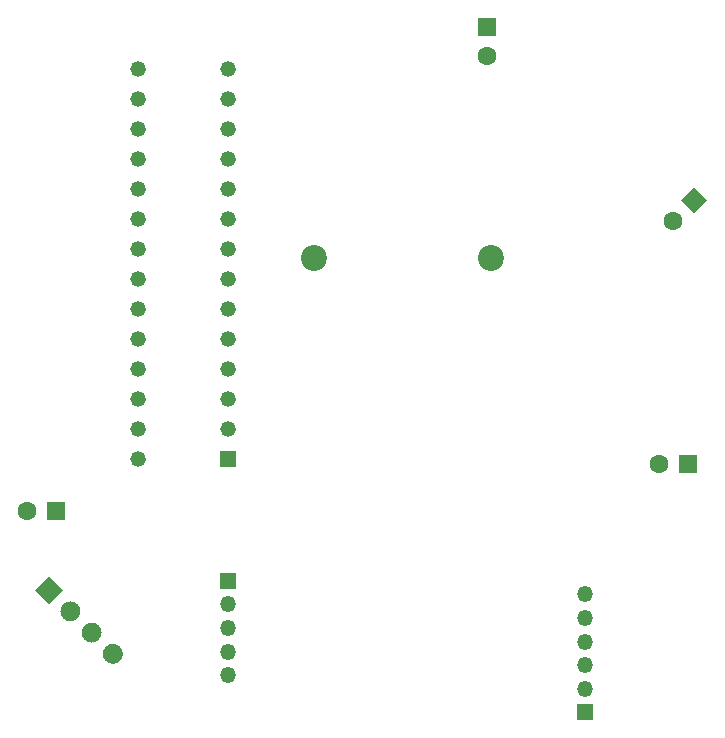
<source format=gbr>
G04 #@! TF.GenerationSoftware,KiCad,Pcbnew,(5.1.10)-1*
G04 #@! TF.CreationDate,2021-11-11T19:15:20-08:00*
G04 #@! TF.ProjectId,Pokeball,506f6b65-6261-46c6-9c2e-6b696361645f,rev?*
G04 #@! TF.SameCoordinates,Original*
G04 #@! TF.FileFunction,Soldermask,Bot*
G04 #@! TF.FilePolarity,Negative*
%FSLAX46Y46*%
G04 Gerber Fmt 4.6, Leading zero omitted, Abs format (unit mm)*
G04 Created by KiCad (PCBNEW (5.1.10)-1) date 2021-11-11 19:15:20*
%MOMM*%
%LPD*%
G01*
G04 APERTURE LIST*
%ADD10O,1.350000X1.350000*%
%ADD11R,1.350000X1.350000*%
%ADD12C,2.200000*%
%ADD13C,0.100000*%
%ADD14C,1.320800*%
%ADD15R,1.320800X1.320800*%
%ADD16R,1.600000X1.600000*%
%ADD17C,1.600000*%
G04 APERTURE END LIST*
D10*
G04 #@! TO.C,J4*
X175500000Y-108450000D03*
X175500000Y-110450000D03*
X175500000Y-112450000D03*
X175500000Y-114450000D03*
X175500000Y-116450000D03*
D11*
X175500000Y-118450000D03*
G04 #@! TD*
D10*
G04 #@! TO.C,J3*
X145200000Y-115300000D03*
X145200000Y-113300000D03*
X145200000Y-111300000D03*
X145200000Y-109300000D03*
D11*
X145200000Y-107300000D03*
G04 #@! TD*
D12*
G04 #@! TO.C,H2*
X167500000Y-80000000D03*
G04 #@! TD*
G04 #@! TO.C,H1*
X152500000Y-80000000D03*
G04 #@! TD*
G04 #@! TO.C,J1*
G36*
G01*
X134887113Y-114089195D02*
X134887113Y-114089195D01*
G75*
G02*
X134887113Y-112887113I601041J601041D01*
G01*
X134887113Y-112887113D01*
G75*
G02*
X136089195Y-112887113I601041J-601041D01*
G01*
X136089195Y-112887113D01*
G75*
G02*
X136089195Y-114089195I-601041J-601041D01*
G01*
X136089195Y-114089195D01*
G75*
G02*
X134887113Y-114089195I-601041J601041D01*
G01*
G37*
G36*
G01*
X133091061Y-112293143D02*
X133091061Y-112293143D01*
G75*
G02*
X133091061Y-111091061I601041J601041D01*
G01*
X133091061Y-111091061D01*
G75*
G02*
X134293143Y-111091061I601041J-601041D01*
G01*
X134293143Y-111091061D01*
G75*
G02*
X134293143Y-112293143I-601041J-601041D01*
G01*
X134293143Y-112293143D01*
G75*
G02*
X133091061Y-112293143I-601041J601041D01*
G01*
G37*
G36*
G01*
X131295010Y-110497092D02*
X131295010Y-110497092D01*
G75*
G02*
X131295010Y-109295010I601041J601041D01*
G01*
X131295010Y-109295010D01*
G75*
G02*
X132497092Y-109295010I601041J-601041D01*
G01*
X132497092Y-109295010D01*
G75*
G02*
X132497092Y-110497092I-601041J-601041D01*
G01*
X132497092Y-110497092D01*
G75*
G02*
X131295010Y-110497092I-601041J601041D01*
G01*
G37*
D13*
G36*
X130100000Y-109302082D02*
G01*
X128897918Y-108100000D01*
X130100000Y-106897918D01*
X131302082Y-108100000D01*
X130100000Y-109302082D01*
G37*
G04 #@! TD*
D14*
G04 #@! TO.C,U1*
X137580000Y-97000000D03*
X137580000Y-94460000D03*
X137580000Y-91920000D03*
X137580000Y-89380000D03*
X137580000Y-86840000D03*
X137580000Y-84300000D03*
X137580000Y-81760000D03*
X137580000Y-79220000D03*
X137580000Y-76680000D03*
X137580000Y-74140000D03*
X137580000Y-71600000D03*
X137580000Y-69060000D03*
X137580000Y-66520000D03*
X137580000Y-63980000D03*
X145200000Y-63980000D03*
X145200000Y-66520000D03*
X145200000Y-69060000D03*
X145200000Y-71600000D03*
X145200000Y-74140000D03*
X145200000Y-76680000D03*
X145200000Y-79220000D03*
X145200000Y-81760000D03*
X145200000Y-84300000D03*
X145200000Y-86840000D03*
X145200000Y-89380000D03*
X145200000Y-91920000D03*
X145200000Y-94460000D03*
D15*
X145200000Y-97000000D03*
G04 #@! TD*
D16*
G04 #@! TO.C,C17*
X184200000Y-97400000D03*
D17*
X181700000Y-97400000D03*
G04 #@! TD*
G04 #@! TO.C,C16*
X167200000Y-62900000D03*
D16*
X167200000Y-60400000D03*
G04 #@! TD*
D17*
G04 #@! TO.C,C15*
X182925228Y-76832882D03*
D13*
G36*
X184692995Y-73933744D02*
G01*
X185824366Y-75065115D01*
X184692995Y-76196486D01*
X183561624Y-75065115D01*
X184692995Y-73933744D01*
G37*
G04 #@! TD*
D17*
G04 #@! TO.C,C4*
X128200000Y-101400000D03*
D16*
X130700000Y-101400000D03*
G04 #@! TD*
M02*

</source>
